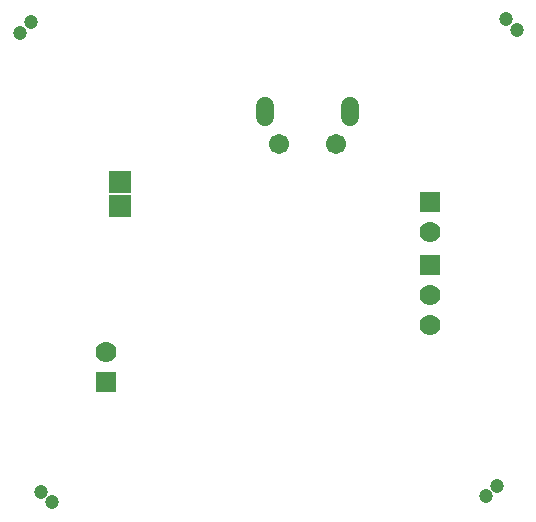
<source format=gbs>
G04 ---------------------------- Layer name :BOTTOM SOLDER LAYER*
G04 EasyEDA v5.5.12, Thu, 07 Jun 2018 12:22:22 GMT*
G04 57f62d747bd94b0b94c3b91961ed7a1b*
G04 Gerber Generator version 0.2*
G04 Scale: 100 percent, Rotated: No, Reflected: No *
G04 Dimensions in inches *
G04 leading zeros omitted , absolute positions ,2 integer and 4 decimal *
%FSLAX24Y24*%
%MOIN*%
G90*
G70D02*

%ADD61C,0.059181*%
%ADD62R,0.070000X0.070000*%
%ADD63C,0.070000*%
%ADD64C,0.047370*%
%ADD65R,0.074000X0.074000*%
%ADD66C,0.067055*%

%LPD*%
G54D61*
G01X14025Y19412D02*
G01X14025Y19767D01*
G01X16875Y19412D02*
G01X16875Y19767D01*
G54D62*
G01X19550Y16594D03*
G54D63*
G01X19550Y15594D03*
G01X19550Y12494D03*
G01X19550Y13494D03*
G54D62*
G01X19550Y14494D03*
G01X8750Y10594D03*
G54D63*
G01X8750Y11594D03*
G54D64*
G01X21422Y6765D03*
G01X21777Y7122D03*
G01X6571Y6922D03*
G01X6928Y6565D03*
G01X22427Y22315D03*
G01X22072Y22672D03*
G01X6228Y22572D03*
G01X5871Y22215D03*
G54D65*
G01X9200Y16453D03*
G01X9200Y17234D03*
G54D66*
G01X16398Y18527D03*
G01X14493Y18527D03*
M00*
M02*

</source>
